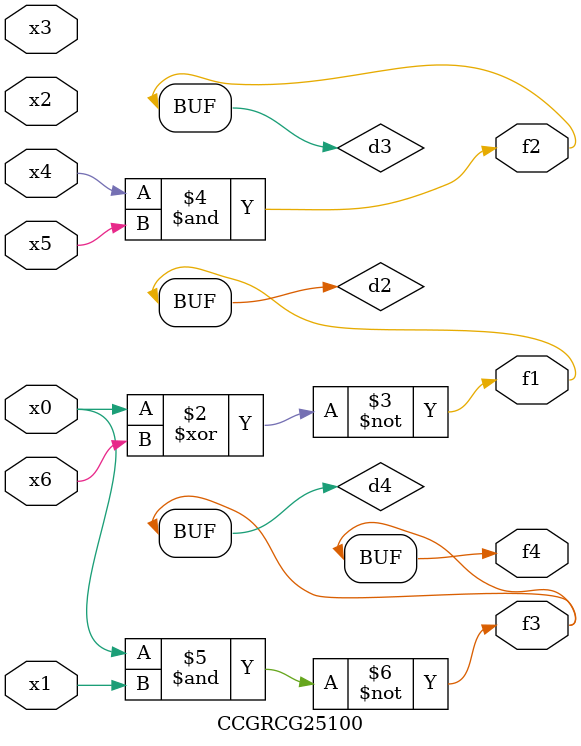
<source format=v>
module CCGRCG25100(
	input x0, x1, x2, x3, x4, x5, x6,
	output f1, f2, f3, f4
);

	wire d1, d2, d3, d4;

	nor (d1, x0);
	xnor (d2, x0, x6);
	and (d3, x4, x5);
	nand (d4, x0, x1);
	assign f1 = d2;
	assign f2 = d3;
	assign f3 = d4;
	assign f4 = d4;
endmodule

</source>
